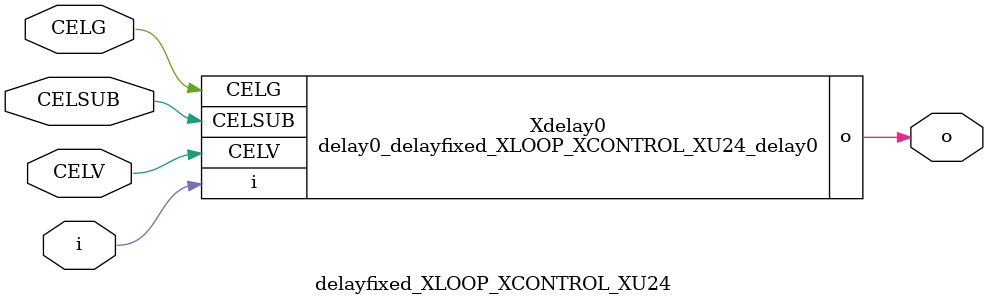
<source format=v>

module delay0_delayfixed_XLOOP_XCONTROL_XU24_delay0 (i, CELV, o,
CELG,CELSUB);
input CELV;
input i;
output o;
input CELSUB;
input CELG;
endmodule


//Celera Confidential Do Not Copy delayfixed_XLOOP_XCONTROL_XU24
//Celera Confidential Symbol Generator
//TYPE:fixed Egde:rise
module delayfixed_XLOOP_XCONTROL_XU24 (CELV,i,o,
CELG,CELSUB);
input CELV;
input i;
output o;
input CELG;
input CELSUB;

//Celera Confidential Do Not Copy delay0_delayfixed_XLOOP_XCONTROL_XU24_delay0
delay0_delayfixed_XLOOP_XCONTROL_XU24_delay0 Xdelay0(
.CELV (CELV),
.i (i),
.o (o),
.CELG (CELG),
.CELSUB (CELSUB)
);
//,diesize,delay0_delayfixed_XLOOP_XCONTROL_XU24_delay0
//Celera Confidential Do Not Copy Module End
//Celera Schematic Generator
endmodule

</source>
